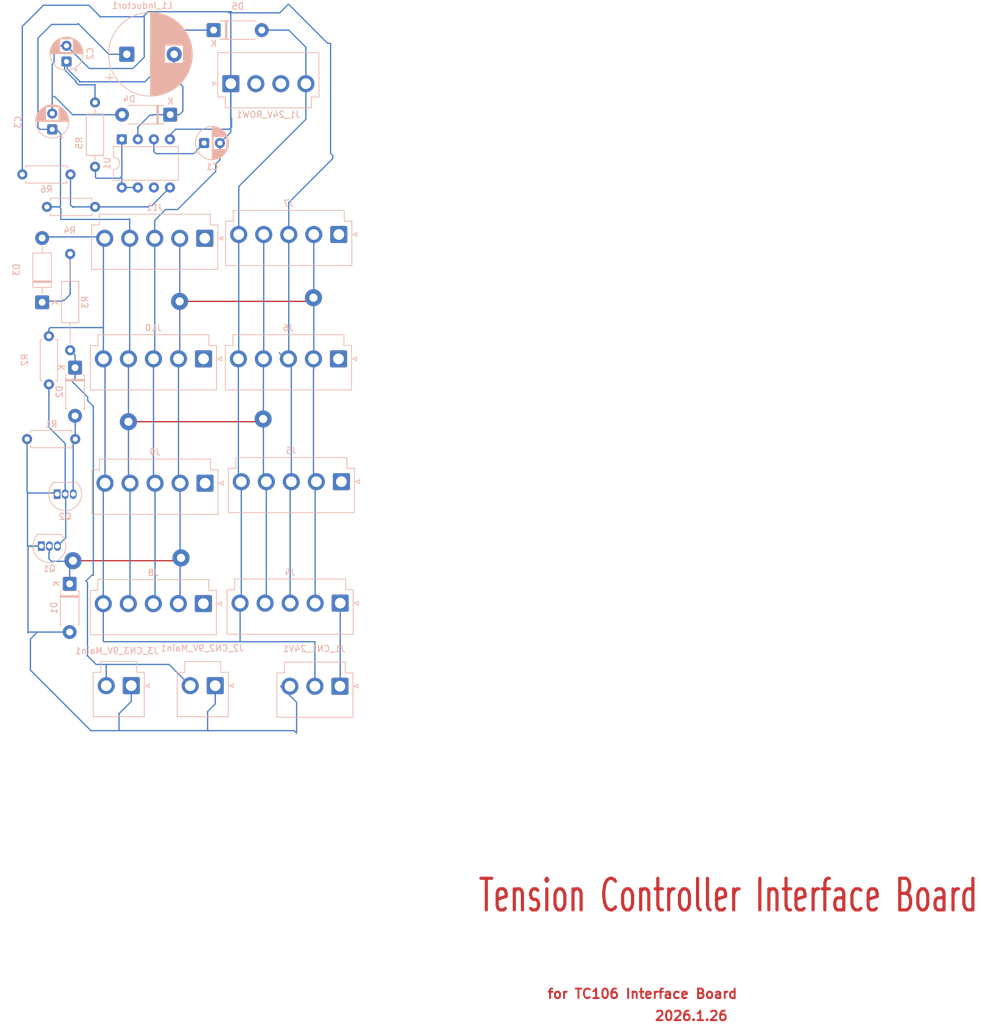
<source format=kicad_pcb>
(kicad_pcb (version 20241229) (generator "pcbnew") (generator_version "9.0")
  (layers (0 "F.Cu" signal) (2 "B.Cu" signal) (13 "F.Paste" user) (15 "B.Paste" user) (5 "F.SilkS" user "F.Silkscreen") (7 "B.SilkS" user "B.Silkscreen") (1 "F.Mask" user) (3 "B.Mask" user) (25 "Edge.Cuts" user))
  (net 0 "")
  (net 1 "Net-(D1-K)")
  (net 4 "Net-(D2-A)")
  (net 5 "Net-(U1-DC)")
  (net 6 "Net-(D2-K)")
  (net 7 "Net-(D3-K)")
  (net 8 "Net-(U1-TC)")
  (net 10 "Net-(D4-K)")
  (net 11 "Net-(D1-A)")
  (net 12 "Net-(Q1-C)")
  (net 13 "Net-(J1_CN1_24V1-Pin_1)")
  (net 14 "Net-(D5-K)")
  (net 19 "Net-(D3-A)")
  (net 20 "Net-(D4-A)")
  (net 21 "Net-(U1-Vfb)")
  (net 22 "Net-(J10-Pin_4)")
  (footprint "Capacitor_THT:CP_Radial_D5.0mm_P2.50mm" (layer "B.Cu") (at 116.776428 52.94 90)
    (property "Reference" "C3" (at 1.14 -5.43 90) (layer "B.SilkS") (effects (justify mirror)))
    (property "Value" "470uF 16V")
    (pad "1" thru_hole roundrect (at 0 0 90) (size 1.6 1.6) (drill 0.8) (layers "*.Cu" "*.Mask") (roundrect_rratio 0.15625) (net 22 "Net-(J10-Pin_4)"))
    (pad "2" thru_hole circle (at 2.5 0 90) (size 1.6 1.6) (drill 0.8) (layers "*.Cu" "*.Mask") (net 20 "Net-(D4-A)"))
  )
  (footprint "Resistor_THT:R_Axial_DIN0207_L6.3mm_D2.5mm_P7.62mm_Horizontal" (layer "B.Cu") (at 112.046428 60.07)
    (property "Reference" "R6" (at 3.81 2.37 0) (layer "B.SilkS") (effects (justify mirror)))
    (property "Value" "110Ω")
    (pad "1" thru_hole circle (at 0 0) (size 1.6 1.6) (drill 0.8) (layers "*.Cu" "*.Mask") (net 20 "Net-(D4-A)"))
    (pad "2" thru_hole circle (at 7.62 0) (size 1.6 1.6) (drill 0.8) (layers "*.Cu" "*.Mask") (net 21 "Net-(U1-Vfb)"))
  )
  (footprint "Resistor_THT:R_Axial_DIN0207_L6.3mm_D2.5mm_P7.62mm_Horizontal" (layer "B.Cu") (at 120.416428 101.92 180)
    (property "Reference" "R1" (at 3.81 2.37 0) (layer "B.SilkS") (effects (justify mirror)))
    (property "Value" "220Ω")
    (pad "1" thru_hole circle (at 0 0 180) (size 1.6 1.6) (drill 0.8) (layers "*.Cu" "*.Mask") (net 4 "Net-(D2-A)"))
    (pad "2" thru_hole circle (at 7.62 0 180) (size 1.6 1.6) (drill 0.8) (layers "*.Cu" "*.Mask") (net 11 "Net-(D1-A)"))
  )
  (footprint "Connector_JST:JST_VH_B5P-VH-B_1x05_P3.96mm_Vertical" (layer "B.Cu") (at 140.696428 127.94 180)
    (property "Reference" "J8" (at 7.92 4.9 0) (layer "B.SilkS") (effects (justify mirror)))
    (property "Value" "Conn_01x05" (hide yes))
    (pad "1" thru_hole roundrect (at 0 0 180) (size 2.7 2.7) (drill 1.7) (layers "*.Cu" "*.Mask") (roundrect_rratio 0.092593))
    (pad "2" thru_hole circle (at 3.96 0 180) (size 2.7 2.7) (drill 1.7) (layers "*.Cu" "*.Mask") (net 1 "Net-(D1-K)"))
    (pad "3" thru_hole circle (at 7.92 0 180) (size 2.7 2.7) (drill 1.7) (layers "*.Cu" "*.Mask") (net 20 "Net-(D4-A)"))
    (pad "4" thru_hole circle (at 11.88 0 180) (size 2.7 2.7) (drill 1.7) (layers "*.Cu" "*.Mask") (net 22 "Net-(J10-Pin_4)"))
    (pad "5" thru_hole circle (at 15.84 0 180) (size 2.7 2.7) (drill 1.7) (layers "*.Cu" "*.Mask") (net 19 "Net-(D3-A)"))
  )
  (footprint "Resistor_THT:R_Axial_DIN0207_L6.3mm_D2.5mm_P7.62mm_Horizontal" (layer "B.Cu") (at 116.246428 93.26 90)
    (property "Reference" "R2" (at 3.85 -3.83 90) (layer "B.SilkS") (effects (justify mirror)))
    (property "Value" "10KΩ")
    (pad "1" thru_hole circle (at 0 0 90) (size 1.6 1.6) (drill 0.8) (layers "*.Cu" "*.Mask") (net 12 "Net-(Q1-C)"))
    (pad "2" thru_hole circle (at 7.62 0 90) (size 1.6 1.6) (drill 0.8) (layers "*.Cu" "*.Mask") (net 19 "Net-(D3-A)"))
  )
  (footprint "Connector_JST:JST_VH_B5P-VH-B_1x05_P3.96mm_Vertical" (layer "B.Cu") (at 140.966428 108.89 180)
    (property "Reference" "J9" (at 7.92 4.9 0) (layer "B.SilkS") (effects (justify mirror)))
    (property "Value" "Conn_01x05" (hide yes))
    (pad "1" thru_hole roundrect (at 0 0 180) (size 2.7 2.7) (drill 1.7) (layers "*.Cu" "*.Mask") (roundrect_rratio 0.092593))
    (pad "2" thru_hole circle (at 3.96 0 180) (size 2.7 2.7) (drill 1.7) (layers "*.Cu" "*.Mask") (net 1 "Net-(D1-K)"))
    (pad "3" thru_hole circle (at 7.92 0 180) (size 2.7 2.7) (drill 1.7) (layers "*.Cu" "*.Mask") (net 20 "Net-(D4-A)"))
    (pad "4" thru_hole circle (at 11.88 0 180) (size 2.7 2.7) (drill 1.7) (layers "*.Cu" "*.Mask") (net 22 "Net-(J10-Pin_4)"))
    (pad "5" thru_hole circle (at 15.84 0 180) (size 2.7 2.7) (drill 1.7) (layers "*.Cu" "*.Mask") (net 19 "Net-(D3-A)"))
  )
  (footprint "Resistor_THT:R_Axial_DIN0207_L6.3mm_D2.5mm_P15.24mm_Horizontal" (layer "B.Cu") (at 119.616428 87.87 90)
    (property "Reference" "R3" (at 7.62 2.37 90) (layer "B.SilkS") (effects (justify mirror)))
    (property "Value" "1.2kΩ")
    (pad "1" thru_hole circle (at 0 0 90) (size 1.6 1.6) (drill 0.8) (layers "*.Cu" "*.Mask") (net 6 "Net-(D2-K)"))
    (pad "2" thru_hole circle (at 15.24 0 90) (size 1.6 1.6) (drill 0.8) (layers "*.Cu" "*.Mask") (net 7 "Net-(D3-K)"))
  )
  (footprint "Diode_THT:D_DO-41_SOD81_P7.62mm_Horizontal" (layer "B.Cu") (at 119.536428 124.81 -90)
    (property "Reference" "D1" (at 3.81 2.47 90) (layer "B.SilkS") (effects (justify mirror)))
    (property "Value" "24V?" (hide yes))
    (fp_text user "K" (at 0 2.1 90) (layer "B.SilkS") (effects (justify mirror)))
    (pad "1" thru_hole roundrect (at 0 0 270) (size 2.2 2.2) (drill 1.1) (layers "*.Cu" "*.Mask") (roundrect_rratio 0.113636) (net 1 "Net-(D1-K)"))
    (pad "2" thru_hole circle (at 7.62 0 270) (size 2.2 2.2) (drill 1.1) (layers "*.Cu" "*.Mask") (net 11 "Net-(D1-A)"))
  )
  (footprint "Diode_THT:D_DO-41_SOD81_P7.62mm_Horizontal" (layer "B.Cu") (at 120.386428 90.62 -90)
    (property "Reference" "D2" (at 3.81 2.47 90) (layer "B.SilkS") (effects (justify mirror)))
    (property "Value" "630mV")
    (fp_text user "K" (at 0 2.1 90) (layer "B.SilkS") (effects (justify mirror)))
    (pad "1" thru_hole roundrect (at 0 0 270) (size 2.2 2.2) (drill 1.1) (layers "*.Cu" "*.Mask") (roundrect_rratio 0.113636) (net 6 "Net-(D2-K)"))
    (pad "2" thru_hole circle (at 7.62 0 270) (size 2.2 2.2) (drill 1.1) (layers "*.Cu" "*.Mask") (net 4 "Net-(D2-A)"))
  )
  (footprint "Connector_JST:JST_VH_B5P-VH-B_1x05_P3.96mm_Vertical" (layer "B.Cu") (at 162.536428 108.65 180)
    (property "Reference" "J5" (at 7.92 4.9 0) (layer "B.SilkS") (effects (justify mirror)))
    (property "Value" "Conn_01x05" (hide yes))
    (pad "1" thru_hole roundrect (at 0 0 180) (size 2.7 2.7) (drill 1.7) (layers "*.Cu" "*.Mask") (roundrect_rratio 0.092593))
    (pad "2" thru_hole circle (at 3.96 0 180) (size 2.7 2.7) (drill 1.7) (layers "*.Cu" "*.Mask") (net 1 "Net-(D1-K)"))
    (pad "3" thru_hole circle (at 7.92 0 180) (size 2.7 2.7) (drill 1.7) (layers "*.Cu" "*.Mask") (net 20 "Net-(D4-A)"))
    (pad "4" thru_hole circle (at 11.88 0 180) (size 2.7 2.7) (drill 1.7) (layers "*.Cu" "*.Mask") (net 22 "Net-(J10-Pin_4)"))
    (pad "5" thru_hole circle (at 15.84 0 180) (size 2.7 2.7) (drill 1.7) (layers "*.Cu" "*.Mask") (net 19 "Net-(D3-A)"))
  )
  (footprint "Diode_THT:D_DO-41_SOD81_P7.62mm_Horizontal" (layer "B.Cu") (at 135.446428 50.62 180)
    (property "Reference" "D4" (at 6.496428 2.48 0) (layer "B.SilkS") (effects (justify mirror)))
    (property "Value" "630mV 1N5819")
    (fp_text user "K" (at 0 2.1 0) (layer "B.SilkS") (effects (justify mirror)))
    (pad "1" thru_hole roundrect (at 0 0 180) (size 2.2 2.2) (drill 1.1) (layers "*.Cu" "*.Mask") (roundrect_rratio 0.113636) (net 10 "Net-(D4-K)"))
    (pad "2" thru_hole circle (at 7.62 0 180) (size 2.2 2.2) (drill 1.1) (layers "*.Cu" "*.Mask") (net 20 "Net-(D4-A)"))
  )
  (footprint "Package_TO_SOT_THT:TO-92_Inline" (layer "B.Cu") (at 117.556428 110.62)
    (property "Reference" "Q2" (at 1.27 3.56 0) (layer "B.SilkS") (effects (justify mirror)))
    (property "Value" "DTC143E")
    (pad "1" thru_hole rect (at 0 0) (size 1.05 1.5) (drill 0.75) (layers "*.Cu" "*.Mask") (net 11 "Net-(D1-A)"))
    (pad "2" thru_hole oval (at 1.27 0) (size 1.05 1.5) (drill 0.75) (layers "*.Cu" "*.Mask") (net 12 "Net-(Q1-C)"))
    (pad "3" thru_hole oval (at 2.54 0) (size 1.05 1.5) (drill 0.75) (layers "*.Cu" "*.Mask") (net 4 "Net-(D2-A)"))
  )
  (footprint "Capacitor_THT:CP_Radial_D13.0mm_P7.50mm" (layer "B.Cu") (at 128.571212 41.07)
    (property "Reference" "L1_Inductor1" (at 2.428788 -7.7 0) (layer "B.SilkS") (effects (justify mirror)))
    (property "Value" "L_Ferrite" (hide yes))
    (pad "1" thru_hole roundrect (at 0 0) (size 2.4 2.4) (drill 1.2) (layers "*.Cu" "*.Mask") (roundrect_rratio 0.104167) (net 22 "Net-(J10-Pin_4)"))
    (pad "2" thru_hole circle (at 7.5 0) (size 2.4 2.4) (drill 1.2) (layers "*.Cu" "*.Mask") (net 10 "Net-(D4-K)"))
  )
  (footprint "Capacitor_THT:CP_Radial_D5.0mm_P2.50mm" (layer "B.Cu") (at 119.036428 42.22 90)
    (property "Reference" "C2" (at 1.25 3.75 90) (layer "B.SilkS") (effects (justify mirror)))
    (property "Value" "470pF 100V")
    (pad "1" thru_hole roundrect (at 0 0 90) (size 1.6 1.6) (drill 0.8) (layers "*.Cu" "*.Mask") (roundrect_rratio 0.15625) (net 14 "Net-(D5-K)"))
    (pad "2" thru_hole circle (at 2.5 0 90) (size 1.6 1.6) (drill 0.8) (layers "*.Cu" "*.Mask") (net 20 "Net-(D4-A)"))
  )
  (footprint "Connector_JST:JST_VH_B2P-VH-B_1x02_P3.96mm_Vertical" (layer "B.Cu") (at 129.283928 140.91 180)
    (property "Reference" "J3_CN3_9V_Main1" (at 2.31 5.51 0) (layer "B.SilkS") (effects (justify mirror)))
    (property "Value" "Conn_01x02" (hide yes))
    (pad "1" thru_hole roundrect (at 0 0 180) (size 2.7 2.7) (drill 1.7) (layers "*.Cu" "*.Mask") (roundrect_rratio 0.092593) (net 11 "Net-(D1-A)"))
    (pad "2" thru_hole circle (at 3.96 0 180) (size 2.7 2.7) (drill 1.7) (layers "*.Cu" "*.Mask") (net 6 "Net-(D2-K)"))
  )
  (footprint "Resistor_THT:R_Axial_DIN0207_L6.3mm_D2.5mm_P10.16mm_Horizontal" (layer "B.Cu") (at 123.546428 48.69 -90)
    (property "Reference" "R5" (at 6.42 2.5 90) (layer "B.SilkS") (effects (justify mirror)))
    (property "Value" "11KΩ")
    (pad "1" thru_hole circle (at 0 0 270) (size 1.6 1.6) (drill 0.8) (layers "*.Cu" "*.Mask") (net 14 "Net-(D5-K)"))
    (pad "2" thru_hole circle (at 10.16 0 270) (size 1.6 1.6) (drill 0.8) (layers "*.Cu" "*.Mask") (net 5 "Net-(U1-DC)"))
  )
  (footprint "Connector_JST:JST_VH_B2P-VH-B_1x02_P3.96mm_Vertical" (layer "B.Cu") (at 142.573928 140.91 180)
    (property "Reference" "J2_CN2_9V_Main1" (at 2.0775 5.93 0) (layer "B.SilkS") (effects (justify mirror)))
    (property "Value" "Conn_01x02" (hide yes))
    (pad "1" thru_hole roundrect (at 0 0 180) (size 2.7 2.7) (drill 1.7) (layers "*.Cu" "*.Mask") (roundrect_rratio 0.092593) (net 11 "Net-(D1-A)"))
    (pad "2" thru_hole circle (at 3.96 0 180) (size 2.7 2.7) (drill 1.7) (layers "*.Cu" "*.Mask") (net 6 "Net-(D2-K)"))
  )
  (footprint "Capacitor_THT:CP_Radial_D5.0mm_P2.50mm" (layer "B.Cu") (at 140.816428 55.11)
    (property "Reference" "C1" (at 1.25 3.75 0) (layer "B.SilkS") (effects (justify mirror)))
    (property "Value" "1000uF 35V")
    (pad "1" thru_hole roundrect (at 0 0) (size 1.6 1.6) (drill 0.8) (layers "*.Cu" "*.Mask") (roundrect_rratio 0.15625) (net 8 "Net-(U1-TC)"))
    (pad "2" thru_hole circle (at 2.5 0) (size 1.6 1.6) (drill 0.8) (layers "*.Cu" "*.Mask") (net 20 "Net-(D4-A)"))
  )
  (footprint "Package_TO_SOT_THT:TO-92_Inline" (layer "B.Cu") (at 115.056428 118.84)
    (property "Reference" "Q1" (at 1.27 3.56 0) (layer "B.SilkS") (effects (justify mirror)))
    (property "Value" "DTC143E")
    (pad "1" thru_hole rect (at 0 0) (size 1.05 1.5) (drill 0.75) (layers "*.Cu" "*.Mask") (net 11 "Net-(D1-A)"))
    (pad "2" thru_hole oval (at 1.27 0) (size 1.05 1.5) (drill 0.75) (layers "*.Cu" "*.Mask") (net 1 "Net-(D1-K)"))
    (pad "3" thru_hole oval (at 2.54 0) (size 1.05 1.5) (drill 0.75) (layers "*.Cu" "*.Mask") (net 12 "Net-(Q1-C)"))
  )
  (footprint "Diode_THT:D_DO-41_SOD81_P10.16mm_Horizontal" (layer "B.Cu") (at 115.18 80.29 90)
    (property "Reference" "D3" (at 5.17 -4.07 90) (layer "B.SilkS") (effects (justify mirror)))
    (property "Value" "850mV")
    (fp_text user "K" (at 0 2.1 90) (layer "B.SilkS") (effects (justify mirror)))
    (pad "1" thru_hole roundrect (at 0 0 90) (size 2.2 2.2) (drill 1.1) (layers "*.Cu" "*.Mask") (roundrect_rratio 0.113636) (net 7 "Net-(D3-K)"))
    (pad "2" thru_hole circle (at 10.16 0 90) (size 2.2 2.2) (drill 1.1) (layers "*.Cu" "*.Mask") (net 19 "Net-(D3-A)"))
  )
  (footprint "Connector_JST:JST_VH_B5P-VH-B_1x05_P3.96mm_Vertical" (layer "B.Cu") (at 162.076428 89.23 180)
    (property "Reference" "J6" (at 7.92 4.9 0) (layer "B.SilkS") (effects (justify mirror)))
    (property "Value" "Conn_01x05" (hide yes))
    (pad "1" thru_hole roundrect (at 0 0 180) (size 2.7 2.7) (drill 1.7) (layers "*.Cu" "*.Mask") (roundrect_rratio 0.092593))
    (pad "2" thru_hole circle (at 3.96 0 180) (size 2.7 2.7) (drill 1.7) (layers "*.Cu" "*.Mask") (net 1 "Net-(D1-K)"))
    (pad "3" thru_hole circle (at 7.92 0 180) (size 2.7 2.7) (drill 1.7) (layers "*.Cu" "*.Mask") (net 20 "Net-(D4-A)"))
    (pad "4" thru_hole circle (at 11.88 0 180) (size 2.7 2.7) (drill 1.7) (layers "*.Cu" "*.Mask") (net 22 "Net-(J10-Pin_4)"))
    (pad "5" thru_hole circle (at 15.84 0 180) (size 2.7 2.7) (drill 1.7) (layers "*.Cu" "*.Mask") (net 19 "Net-(D3-A)"))
  )
  (footprint "Package_DIP:DIP-8_W7.62mm" (layer "B.Cu") (at 127.786428 54.515 -90)
    (property "Reference" "U1" (at 3.81 2.33 90) (layer "B.SilkS") (effects (justify mirror)))
    (property "Value" "MC34063AP")
    (pad "1" thru_hole roundrect (at 0 0 270) (size 1.6 1.6) (drill 0.8) (layers "*.Cu" "*.Mask") (roundrect_rratio 0.15625) (net 5 "Net-(U1-DC)"))
    (pad "2" thru_hole circle (at 0 -2.54 270) (size 1.6 1.6) (drill 0.8) (layers "*.Cu" "*.Mask") (net 10 "Net-(D4-K)"))
    (pad "3" thru_hole circle (at 0 -5.08 270) (size 1.6 1.6) (drill 0.8) (layers "*.Cu" "*.Mask") (net 8 "Net-(U1-TC)"))
    (pad "4" thru_hole circle (at 0 -7.62 270) (size 1.6 1.6) (drill 0.8) (layers "*.Cu" "*.Mask") (net 20 "Net-(D4-A)"))
    (pad "5" thru_hole circle (at 7.62 -7.62 270) (size 1.6 1.6) (drill 0.8) (layers "*.Cu" "*.Mask") (net 21 "Net-(U1-Vfb)"))
    (pad "6" thru_hole circle (at 7.62 -5.08 270) (size 1.6 1.6) (drill 0.8) (layers "*.Cu" "*.Mask"))
    (pad "7" thru_hole circle (at 7.62 -2.54 270) (size 1.6 1.6) (drill 0.8) (layers "*.Cu" "*.Mask") (net 5 "Net-(U1-DC)"))
    (pad "8" thru_hole circle (at 7.62 0 270) (size 1.6 1.6) (drill 0.8) (layers "*.Cu" "*.Mask") (net 5 "Net-(U1-DC)"))
  )
  (footprint "Connector_JST:JST_VH_B4P-VH-B_1x04_P3.96mm_Vertical" (layer "B.Cu") (at 145.036428 45.72)
    (property "Reference" "J1_24V_ROW1" (at 5.94 4.9 0) (layer "B.SilkS") (effects (justify mirror)))
    (property "Value" "Conn_01x04" (hide yes))
    (pad "1" thru_hole roundrect (at 0 0) (size 2.7 2.7) (drill 1.7) (layers "*.Cu" "*.Mask") (roundrect_rratio 0.092593) (net 20 "Net-(D4-A)"))
    (pad "2" thru_hole circle (at 3.96 0) (size 2.7 2.7) (drill 1.7) (layers "*.Cu" "*.Mask"))
    (pad "3" thru_hole circle (at 7.92 0) (size 2.7 2.7) (drill 1.7) (layers "*.Cu" "*.Mask"))
    (pad "4" thru_hole circle (at 11.88 0) (size 2.7 2.7) (drill 1.7) (layers "*.Cu" "*.Mask") (net 19 "Net-(D3-A)"))
  )
  (footprint "Connector_JST:JST_VH_B5P-VH-B_1x05_P3.96mm_Vertical" (layer "B.Cu") (at 162.346428 127.86 180)
    (property "Reference" "J4" (at 7.92 4.9 0) (layer "B.SilkS") (effects (justify mirror)))
    (property "Value" "Conn_01x05" (hide yes))
    (pad "1" thru_hole roundrect (at 0 0 180) (size 2.7 2.7) (drill 1.7) (layers "*.Cu" "*.Mask") (roundrect_rratio 0.092593) (net 13 "Net-(J1_CN1_24V1-Pin_1)"))
    (pad "2" thru_hole circle (at 3.96 0 180) (size 2.7 2.7) (drill 1.7) (layers "*.Cu" "*.Mask") (net 1 "Net-(D1-K)"))
    (pad "3" thru_hole circle (at 7.92 0 180) (size 2.7 2.7) (drill 1.7) (layers "*.Cu" "*.Mask") (net 20 "Net-(D4-A)"))
    (pad "4" thru_hole circle (at 11.88 0 180) (size 2.7 2.7) (drill 1.7) (layers "*.Cu" "*.Mask") (net 22 "Net-(J10-Pin_4)"))
    (pad "5" thru_hole circle (at 15.84 0 180) (size 2.7 2.7) (drill 1.7) (layers "*.Cu" "*.Mask") (net 19 "Net-(D3-A)"))
  )
  (footprint "Connector_JST:JST_VH_B3P-VH-B_1x03_P3.96mm_Vertical" (layer "B.Cu") (at 162.303928 141 180)
    (property "Reference" "J1_CN1_24V1" (at 4.07 5.93 0) (layer "B.SilkS") (effects (justify mirror)))
    (property "Value" "Conn_01x03" (hide yes))
    (pad "1" thru_hole roundrect (at 0 0 180) (size 2.7 2.7) (drill 1.7) (layers "*.Cu" "*.Mask") (roundrect_rratio 0.092593) (net 13 "Net-(J1_CN1_24V1-Pin_1)"))
    (pad "2" thru_hole circle (at 3.96 0 180) (size 2.7 2.7) (drill 1.7) (layers "*.Cu" "*.Mask") (net 19 "Net-(D3-A)"))
    (pad "3" thru_hole circle (at 7.92 0 180) (size 2.7 2.7) (drill 1.7) (layers "*.Cu" "*.Mask") (net 11 "Net-(D1-A)"))
  )
  (footprint "Connector_JST:JST_VH_B5P-VH-B_1x05_P3.96mm_Vertical" (layer "B.Cu") (at 140.916428 70.17 180)
    (property "Reference" "J11" (at 7.92 4.9 0) (layer "B.SilkS") (effects (justify mirror)))
    (property "Value" "Conn_01x05" (hide yes))
    (pad "1" thru_hole roundrect (at 0 0 180) (size 2.7 2.7) (drill 1.7) (layers "*.Cu" "*.Mask") (roundrect_rratio 0.092593))
    (pad "2" thru_hole circle (at 3.96 0 180) (size 2.7 2.7) (drill 1.7) (layers "*.Cu" "*.Mask") (net 1 "Net-(D1-K)"))
    (pad "3" thru_hole circle (at 7.92 0 180) (size 2.7 2.7) (drill 1.7) (layers "*.Cu" "*.Mask") (net 20 "Net-(D4-A)"))
    (pad "4" thru_hole circle (at 11.88 0 180) (size 2.7 2.7) (drill 1.7) (layers "*.Cu" "*.Mask") (net 22 "Net-(J10-Pin_4)"))
    (pad "5" thru_hole circle (at 15.84 0 180) (size 2.7 2.7) (drill 1.7) (layers "*.Cu" "*.Mask") (net 19 "Net-(D3-A)"))
  )
  (footprint "Diode_THT:D_DO-41_SOD81_P7.62mm_Horizontal" (layer "B.Cu") (at 142.316428 37.25)
    (property "Reference" "D5" (at 3.833572 -3.75 0) (layer "B.SilkS") (effects (justify mirror)))
    (property "Value" "24V  1N4006")
    (fp_text user "K" (at 0 2.1 0) (layer "B.SilkS") (effects (justify mirror)))
    (pad "1" thru_hole roundrect (at 0 0) (size 2.2 2.2) (drill 1.1) (layers "*.Cu" "*.Mask") (roundrect_rratio 0.113636) (net 14 "Net-(D5-K)"))
    (pad "2" thru_hole circle (at 7.62 0) (size 2.2 2.2) (drill 1.1) (layers "*.Cu" "*.Mask") (net 19 "Net-(D3-A)"))
  )
  (footprint "Connector_JST:JST_VH_B5P-VH-B_1x05_P3.96mm_Vertical" (layer "B.Cu") (at 140.716428 89.23 180)
    (property "Reference" "J10" (at 7.92 4.9 0) (layer "B.SilkS") (effects (justify mirror)))
    (property "Value" "Conn_01x05" (hide yes))
    (pad "1" thru_hole roundrect (at 0 0 180) (size 2.7 2.7) (drill 1.7) (layers "*.Cu" "*.Mask") (roundrect_rratio 0.092593))
    (pad "2" thru_hole circle (at 3.96 0 180) (size 2.7 2.7) (drill 1.7) (layers "*.Cu" "*.Mask") (net 1 "Net-(D1-K)"))
    (pad "3" thru_hole circle (at 7.92 0 180) (size 2.7 2.7) (drill 1.7) (layers "*.Cu" "*.Mask") (net 20 "Net-(D4-A)"))
    (pad "4" thru_hole circle (at 11.88 0 180) (size 2.7 2.7) (drill 1.7) (layers "*.Cu" "*.Mask") (net 22 "Net-(J10-Pin_4)"))
    (pad "5" thru_hole circle (at 15.84 0 180) (size 2.7 2.7) (drill 1.7) (layers "*.Cu" "*.Mask") (net 19 "Net-(D3-A)"))
  )
  (footprint "Connector_JST:JST_VH_B5P-VH-B_1x05_P3.96mm_Vertical" (layer "B.Cu") (at 162.126428 69.57 180)
    (property "Reference" "J7" (at 7.92 4.9 0) (layer "B.SilkS") (effects (justify mirror)))
    (property "Value" "Conn_01x05" (hide yes))
    (pad "1" thru_hole roundrect (at 0 0 180) (size 2.7 2.7) (drill 1.7) (layers "*.Cu" "*.Mask") (roundrect_rratio 0.092593))
    (pad "2" thru_hole circle (at 3.96 0 180) (size 2.7 2.7) (drill 1.7) (layers "*.Cu" "*.Mask") (net 1 "Net-(D1-K)"))
    (pad "3" thru_hole circle (at 7.92 0 180) (size 2.7 2.7) (drill 1.7) (layers "*.Cu" "*.Mask") (net 20 "Net-(D4-A)"))
    (pad "4" thru_hole circle (at 11.88 0 180) (size 2.7 2.7) (drill 1.7) (layers "*.Cu" "*.Mask") (net 22 "Net-(J10-Pin_4)"))
    (pad "5" thru_hole circle (at 15.84 0 180) (size 2.7 2.7) (drill 1.7) (layers "*.Cu" "*.Mask") (net 19 "Net-(D3-A)"))
  )
  (footprint "Resistor_THT:R_Axial_DIN0207_L6.3mm_D2.5mm_P7.62mm_Horizontal" (layer "B.Cu") (at 123.556428 65.2 180)
    (property "Reference" "R4" (at 4.02 -3.72 0) (layer "B.SilkS") (effects (justify mirror)))
    (property "Value" "0.55Ω")
    (pad "1" thru_hole circle (at 0 0 180) (size 1.6 1.6) (drill 0.8) (layers "*.Cu" "*.Mask") (net 21 "Net-(U1-Vfb)"))
    (pad "2" thru_hole circle (at 7.62 0 180) (size 1.6 1.6) (drill 0.8) (layers "*.Cu" "*.Mask") (net 22 "Net-(J10-Pin_4)"))
  )
  (gr_text "Tension Controller Interface Board" (at 184 177 0) (layer "F.Cu") (effects (font (size 5 3) (thickness 0.5)) (justify left bottom)))
  (gr_text "for TC106 Interface Board" (at 195 190.5 0) (layer "F.Cu") (effects (font (size 1.5 1.5) (thickness 0.3) (bold yes)) (justify left bottom)))
  (gr_text "2026.1.26" (at 212 194 0) (layer "F.Cu") (effects (font (size 1.5 1.5) (thickness 0.3) (bold yes)) (justify left bottom)))
  (segment (start 136.706428 121.15) (end 137.156428 120.7) (width 0.2) (layer "F.Cu") (net 1))
  (segment (start 120.056428 121.15) (end 136.706428 121.15) (width 0.2) (layer "F.Cu") (net 1))
  (segment (start 136.936428 80.14) (end 157.536428 80.14) (width 0.2) (layer "F.Cu") (net 1))
  (segment (start 157.536428 80.14) (end 158.116428 79.56) (width 0.2) (layer "F.Cu") (net 1))
  (via (at 158.116428 79.56) (size 2.7) (drill 1.3) (layers "F.Cu" "B.Cu") (net 1))
  (via (at 120.056428 121.15) (size 2.7) (drill 1.3) (layers "F.Cu" "B.Cu") (net 1))
  (via (at 137.156428 120.7) (size 2.7) (drill 1.3) (layers "F.Cu" "B.Cu") (net 1))
  (via (at 136.936428 80.14) (size 2.7) (drill 1.3) (layers "F.Cu" "B.Cu") (net 1))
  (segment (start 119.536428 121.51) (end 119.266428 121.24) (width 0.2) (layer "B.Cu") (net 1))
  (segment (start 137.006428 127.67) (end 136.736428 127.94) (width 0.2) (layer "B.Cu") (net 1))
  (segment (start 136.956428 70.17) (end 136.956428 89.03) (width 0.2) (layer "B.Cu") (net 1))
  (segment (start 119.536428 124.81) (end 119.536428 121.51) (width 0.2) (layer "B.Cu") (net 1))
  (segment (start 119.536428 123.09) (end 119.536428 124.81) (width 0.2) (layer "B.Cu") (net 1))
  (segment (start 116.326428 119.85114) (end 116.326428 118.84) (width 0.2) (layer "B.Cu") (net 1))
  (segment (start 158.386428 108.84) (end 158.576428 108.65) (width 0.2) (layer "B.Cu") (net 1))
  (segment (start 137.006428 108.89) (end 137.006428 127.67) (width 0.2) (layer "B.Cu") (net 1))
  (segment (start 158.116428 89.23) (end 158.116428 90.87) (width 0.2) (layer "B.Cu") (net 1))
  (segment (start 116.256428 120.82886) (end 116.256428 119.94) (width 0.2) (layer "B.Cu") (net 1))
  (segment (start 116.646428 121.24) (end 116.236428 120.83) (width 0.2) (layer "B.Cu") (net 1))
  (segment (start 158.116428 108.19) (end 158.576428 108.65) (width 0.2) (layer "B.Cu") (net 1))
  (segment (start 116.236428 119.94114) (end 116.326428 119.85114) (width 0.2) (layer "B.Cu") (net 1))
  (segment (start 158.166428 69.57) (end 158.166428 90.82) (width 0.2) (layer "B.Cu") (net 1))
  (segment (start 119.266428 121.24) (end 116.646428 121.24) (width 0.2) (layer "B.Cu") (net 1))
  (segment (start 136.756428 89.23) (end 136.756428 108.64) (width 0.2) (layer "B.Cu") (net 1))
  (segment (start 119.346428 125.23) (end 119.356428 125.22) (width 0.2) (layer "B.Cu") (net 1))
  (segment (start 158.386428 127.86) (end 158.386428 108.84) (width 0.2) (layer "B.Cu") (net 1))
  (segment (start 158.116428 90.87) (end 158.116428 108.19) (width 0.2) (layer "B.Cu") (net 1))
  (segment (start 136.756428 108.64) (end 137.006428 108.89) (width 0.2) (layer "B.Cu") (net 1))
  (segment (start 158.166428 90.82) (end 158.116428 90.87) (width 0.2) (layer "B.Cu") (net 1))
  (segment (start 136.956428 89.03) (end 136.756428 89.23) (width 0.2) (layer "B.Cu") (net 1))
  (segment (start 120.096428 102.24) (end 120.416428 101.92) (width 0.2) (layer "B.Cu") (net 4))
  (segment (start 120.096428 110.62) (end 120.096428 102.24) (width 0.2) (layer "B.Cu") (net 4))
  (segment (start 120.416428 101.92) (end 120.416428 98.27) (width 0.2) (layer "B.Cu") (net 4))
  (segment (start 120.416428 98.27) (end 120.386428 98.24) (width 0.2) (layer "B.Cu") (net 4))
  (segment (start 127.786428 60.55) (end 127.706428 60.47) (width 0.2) (layer "B.Cu") (net 5))
  (segment (start 127.506428 60.67) (end 127.706428 60.47) (width 0.2) (layer "B.Cu") (net 5))
  (segment (start 123.746428 60.67) (end 127.506428 60.67) (width 0.2) (layer "B.Cu") (net 5))
  (segment (start 127.786428 60.3) (end 127.786428 54.515) (width 0.2) (layer "B.Cu") (net 5))
  (segment (start 123.626428 60.55) (end 123.746428 60.67) (width 0.2) (layer "B.Cu") (net 5))
  (segment (start 127.786428 62.135) (end 127.786428 60.55) (width 0.2) (layer "B.Cu") (net 5))
  (segment (start 130.326428 62.135) (end 127.786428 62.135) (width 0.2) (layer "B.Cu") (net 5))
  (segment (start 127.706428 60.47) (end 127.706428 60.38) (width 0.2) (layer "B.Cu") (net 5))
  (segment (start 123.626428 58.71) (end 123.626428 60.55) (width 0.2) (layer "B.Cu") (net 5))
  (segment (start 127.706428 60.38) (end 127.786428 60.3) (width 0.2) (layer "B.Cu") (net 5))
  (segment (start 122.356428 124.62) (end 122.106428 124.37) (width 0.2) (layer "B.Cu") (net 6))
  (segment (start 134.466428 137.55) (end 125.246428 137.55) (width 0.2) (layer "B.Cu") (net 6))
  (segment (start 122.356428 136.13) (end 122.356428 124.62) (width 0.2) (layer "B.Cu") (net 6))
  (segment (start 125.246428 137.55) (end 123.716428 137.55) (width 0.2) (layer "B.Cu") (net 6))
  (segment (start 122.386428 95.85) (end 122.386428 95.28) (width 0.2) (layer "B.Cu") (net 6))
  (segment (start 123.276428 96.74) (end 122.386428 95.85) (width 0.2) (layer "B.Cu") (net 6))
  (segment (start 123.276428 123.44) (end 123.276428 96.74) (width 0.2) (layer "B.Cu") (net 6))
  (segment (start 135.253928 137.55) (end 134.466428 137.55) (width 0.2) (layer "B.Cu") (net 6))
  (segment (start 120.386428 90.62) (end 120.386428 88.64) (width 0.2) (layer "B.Cu") (net 6))
  (segment (start 122.296428 136.19) (end 122.356428 136.13) (width 0.2) (layer "B.Cu") (net 6))
  (segment (start 123.036428 123.44) (end 123.276428 123.44) (width 0.2) (layer "B.Cu") (net 6))
  (segment (start 138.613928 140.91) (end 135.253928 137.55) (width 0.2) (layer "B.Cu") (net 6))
  (segment (start 120.386428 92.4) (end 120.386428 90.62) (width 0.2) (layer "B.Cu") (net 6))
  (segment (start 119.946428 92.84) (end 120.386428 92.4) (width 0.2) (layer "B.Cu") (net 6))
  (segment (start 122.106428 124.37) (end 123.036428 123.44) (width 0.2) (layer "B.Cu") (net 6))
  (segment (start 125.323928 137.7125) (end 125.366428 137.67) (width 0.2) (layer "B.Cu") (net 6))
  (segment (start 122.386428 95.28) (end 119.946428 92.84) (width 0.2) (layer "B.Cu") (net 6))
  (segment (start 122.356428 136.19) (end 122.296428 136.19) (width 0.2) (layer "B.Cu") (net 6))
  (segment (start 120.386428 88.64) (end 119.616428 87.87) (width 0.2) (layer "B.Cu") (net 6))
  (segment (start 125.323928 140.91) (end 125.323928 137.7125) (width 0.2) (layer "B.Cu") (net 6))
  (segment (start 123.716428 137.55) (end 122.356428 136.19) (width 0.2) (layer "B.Cu") (net 6))
  (segment (start 125.366428 137.67) (end 125.246428 137.55) (width 0.2) (layer "B.Cu") (net 6))
  (segment (start 118.696428 79.96) (end 118.486428 79.96) (width 0.2) (layer "B.Cu") (net 7))
  (segment (start 119.616428 79.04) (end 118.696428 79.96) (width 0.2) (layer "B.Cu") (net 7))
  (segment (start 118.486428 79.96) (end 118.336428 80.11) (width 0.2) (layer "B.Cu") (net 7))
  (segment (start 119.616428 72.63) (end 119.616428 79.04) (width 0.2) (layer "B.Cu") (net 7))
  (segment (start 118.336428 80.11) (end 115.196428 80.11) (width 0.2) (layer "B.Cu") (net 7))
  (segment (start 132.316428 55.065) (end 132.866428 54.515) (width 0.2) (layer "B.Cu") (net 8))
  (segment (start 140.816428 55.11) (end 139.136428 56.79) (width 0.2) (layer "B.Cu") (net 8))
  (segment (start 139.136428 56.79) (end 133.196428 56.79) (width 0.2) (layer "B.Cu") (net 8))
  (segment (start 132.866428 56.46) (end 132.866428 54.515) (width 0.2) (layer "B.Cu") (net 8))
  (segment (start 133.196428 56.79) (end 132.866428 56.46) (width 0.2) (layer "B.Cu") (net 8))
  (segment (start 135.446428 50.62) (end 136.906428 50.62) (width 0.2) (layer "B.Cu") (net 10))
  (segment (start 130.326428 54.515) (end 130.326428 52.68) (width 0.2) (layer "B.Cu") (net 10))
  (segment (start 132.236428 50.69) (end 132.666428 50.69) (width 0.2) (layer "B.Cu") (net 10))
  (segment (start 132.736428 50.62) (end 135.446428 50.62) (width 0.2) (layer "B.Cu") (net 10))
  (segment (start 136.906428 50.62) (end 137.446428 50.08) (width 0.2) (layer "B.Cu") (net 10))
  (segment (start 137.446428 46.17) (end 136.071212 44.794784) (width 0.2) (layer "B.Cu") (net 10))
  (segment (start 132.666428 50.69) (end 132.736428 50.62) (width 0.2) (layer "B.Cu") (net 10))
  (segment (start 137.446428 50.08) (end 137.446428 46.17) (width 0.2) (layer "B.Cu") (net 10))
  (segment (start 130.326428 52.68) (end 130.286428 52.64) (width 0.2) (layer "B.Cu") (net 10))
  (segment (start 136.071212 44.794784) (end 136.071212 41.07) (width 0.2) (layer "B.Cu") (net 10))
  (segment (start 130.286428 52.64) (end 132.236428 50.69) (width 0.2) (layer "B.Cu") (net 10))
  (segment (start 152.906428 141) (end 155.446428 143.54) (width 0.2) (layer "B.Cu") (net 11))
  (segment (start 117.376428 110.44) (end 117.556428 110.62) (width 0.2) (layer "B.Cu") (net 11))
  (segment (start 112.946428 110.44) (end 112.796428 110.29) (width 0.2) (layer "B.Cu") (net 11))
  (segment (start 142.573928 140.91) (end 142.573928 143.7925) (width 0.2) (layer "B.Cu") (net 11))
  (segment (start 141.366428 147.91) (end 141.476428 148.02) (width 0.2) (layer "B.Cu") (net 11))
  (segment (start 113.326428 138.45) (end 113.326428 133.52) (width 0.2) (layer "B.Cu") (net 11))
  (segment (start 155.066428 148.02) (end 141.476428 148.02) (width 0.2) (layer "B.Cu") (net 11))
  (segment (start 112.896428 118.84) (end 112.866428 118.81) (width 0.2) (layer "B.Cu") (net 11))
  (segment (start 127.346428 145.33) (end 127.346428 147.91) (width 0.2) (layer "B.Cu") (net 11))
  (segment (start 115.056428 118.84) (end 112.896428 118.84) (width 0.2) (layer "B.Cu") (net 11))
  (segment (start 113.066428 118.84) (end 115.056428 118.84) (width 0.2) (layer "B.Cu") (net 11))
  (segment (start 141.476428 148.02) (end 127.456428 148.02) (width 0.2) (layer "B.Cu") (net 11))
  (segment (start 141.366428 145) (end 141.366428 147.91) (width 0.2) (layer "B.Cu") (net 11))
  (segment (start 113.076428 132.43) (end 112.946428 132.56) (width 0.2) (layer "B.Cu") (net 11))
  (segment (start 112.946428 132.56) (end 112.946428 118.96) (width 0.2) (layer "B.Cu") (net 11))
  (segment (start 129.283928 143.3925) (end 127.346428 145.33) (width 0.2) (layer "B.Cu") (net 11))
  (segment (start 127.456428 148.02) (end 122.896428 148.02) (width 0.2) (layer "B.Cu") (net 11))
  (segment (start 114.416428 132.43) (end 119.536428 132.43) (width 0.2) (layer "B.Cu") (net 11))
  (segment (start 112.946428 118.96) (end 113.066428 118.84) (width 0.2) (layer "B.Cu") (net 11))
  (segment (start 112.796428 110.29) (end 112.796428 101.92) (width 0.2) (layer "B.Cu") (net 11))
  (segment (start 112.866428 118.81) (end 112.866428 110.52) (width 0.2) (layer "B.Cu") (net 11))
  (segment (start 112.866428 110.52) (end 112.946428 110.44) (width 0.2) (layer "B.Cu") (net 11))
  (segment (start 114.416428 132.43) (end 113.076428 132.43) (width 0.2) (layer "B.Cu") (net 11))
  (segment (start 142.573928 143.7925) (end 141.366428 145) (width 0.2) (layer "B.Cu") (net 11))
  (segment (start 113.326428 133.52) (end 114.416428 132.43) (width 0.2) (layer "B.Cu") (net 11))
  (segment (start 127.346428 147.91) (end 127.456428 148.02) (width 0.2) (layer "B.Cu") (net 11))
  (segment (start 155.446428 148.4) (end 155.066428 148.02) (width 0.2) (layer "B.Cu") (net 11))
  (segment (start 129.283928 140.91) (end 129.283928 143.3925) (width 0.2) (layer "B.Cu") (net 11))
  (segment (start 112.946428 110.44) (end 117.376428 110.44) (width 0.2) (layer "B.Cu") (net 11))
  (segment (start 155.446428 143.54) (end 155.446428 148.4) (width 0.2) (layer "B.Cu") (net 11))
  (segment (start 122.896428 148.02) (end 113.326428 138.45) (width 0.2) (layer "B.Cu") (net 11))
  (segment (start 118.906428 117.53) (end 118.906428 110.62) (width 0.2) (layer "B.Cu") (net 12))
  (segment (start 118.826428 102.62) (end 116.246428 100.04) (width 0.2) (layer "B.Cu") (net 12))
  (segment (start 117.596428 118.84) (end 118.906428 117.53) (width 0.2) (layer "B.Cu") (net 12))
  (segment (start 116.246428 100.04) (end 116.246428 93.26) (width 0.2) (layer "B.Cu") (net 12))
  (segment (start 118.826428 110.62) (end 118.826428 102.62) (width 0.2) (layer "B.Cu") (net 12))
  (segment (start 162.346428 127.86) (end 162.346428 140.9575) (width 0.2) (layer "B.Cu") (net 13))
  (segment (start 162.346428 140.9575) (end 162.303928 141) (width 0.2) (layer "B.Cu") (net 13))
  (segment (start 118.735428 42.4039) (end 118.970328 42.169) (width 0.2) (layer "B.Cu") (net 14))
  (segment (start 131.456428 45.42) (end 121.196428 45.42) (width 0.2) (layer "B.Cu") (net 14))
  (segment (start 133.516428 39.67) (end 133.516428 43.12) (width 0.2) (layer "B.Cu") (net 14))
  (segment (start 119.136428 42.57) (end 119.136428 43.36) (width 0.2) (layer "B.Cu") (net 14))
  (segment (start 120.940328 45.911) (end 120.507878 45.47855) (width 0.2) (layer "B.Cu") (net 14))
  (segment (start 118.735428 43.5261) (end 118.735428 42.4039) (width 0.2) (layer "B.Cu") (net 14))
  (segment (start 120.507878 45.47855) (end 120.507878 45.29855) (width 0.2) (layer "B.Cu") (net 14))
  (segment (start 142.316428 37.25) (end 135.936428 37.25) (width 0.2) (layer "B.Cu") (net 14))
  (segment (start 123.546428 45.881) (end 123.486428 45.821) (width 0.2) (layer "B.Cu") (net 14))
  (segment (start 123.486428 45.821) (end 123.396428 45.911) (width 0.2) (layer "B.Cu") (net 14))
  (segment (start 119.136428 43.36) (end 121.196428 45.42) (width 0.2) (layer "B.Cu") (net 14))
  (segment (start 123.396428 45.911) (end 120.940328 45.911) (width 0.2) (layer "B.Cu") (net 14))
  (segment (start 120.507878 45.29855) (end 118.735428 43.5261) (width 0.2) (layer "B.Cu") (net 14))
  (segment (start 133.266428 43.61) (end 131.456428 45.42) (width 0.2) (layer "B.Cu") (net 14))
  (segment (start 121.196428 45.42) (end 121.106428 45.51) (width 0.2) (layer "B.Cu") (net 14))
  (segment (start 133.266428 43.37) (end 133.266428 43.61) (width 0.2) (layer "B.Cu") (net 14))
  (segment (start 135.936428 37.25) (end 133.516428 39.67) (width 0.2) (layer "B.Cu") (net 14))
  (segment (start 123.546428 48.69) (end 123.546428 45.881) (width 0.2) (layer "B.Cu") (net 14))
  (segment (start 133.516428 43.12) (end 133.266428 43.37) (width 0.2) (layer "B.Cu") (net 14))
  (segment (start 146.236428 89.23) (end 146.236428 108.19) (width 0.2) (layer "B.Cu") (net 19))
  (segment (start 124.876428 84.38) (end 124.876428 70.37) (width 0.2) (layer "B.Cu") (net 19))
  (segment (start 146.286428 69.57) (end 146.286428 89.18) (width 0.2) (layer "B.Cu") (net 19))
  (segment (start 116.246428 85.64) (end 116.246428 84.51) (width 0.2) (layer "B.Cu") (net 19))
  (segment (start 124.786428 84.29) (end 124.876428 84.38) (width 0.2) (layer "B.Cu") (net 19))
  (segment (start 115.196428 69.95) (end 124.856428 69.95) (width 0.2) (layer "B.Cu") (net 19))
  (segment (start 158.343928 133.96) (end 146.506428 133.96) (width 0.2) (layer "B.Cu") (net 19))
  (segment (start 146.696428 127.67) (end 146.506428 127.86) (width 0.2) (layer "B.Cu") (net 19))
  (segment (start 124.856428 109.16) (end 125.126428 108.89) (width 0.2) (layer "B.Cu") (net 19))
  (segment (start 156.916428 45.72) (end 156.916428 39.97) (width 0.2) (layer "B.Cu") (net 19))
  (segment (start 124.856428 69.95) (end 125.076428 70.17) (width 0.2) (layer "B.Cu") (net 19))
  (segment (start 146.696428 108.65) (end 146.696428 127.67) (width 0.2) (layer "B.Cu") (net 19))
  (segment (start 154.196428 37.25) (end 149.936428 37.25) (width 0.2) (layer "B.Cu") (net 19))
  (segment (start 116.246428 84.51) (end 116.466428 84.29) (width 0.2) (layer "B.Cu") (net 19))
  (segment (start 124.856428 133.856428) (end 124.856428 127.94) (width 0.2) (layer "B.Cu") (net 19))
  (segment (start 146.236428 108.19) (end 146.696428 108.65) (width 0.2) (layer "B.Cu") (net 19))
  (segment (start 146.286428 62.54) (end 146.306428 62.52) (width 0.2) (layer "B.Cu") (net 19))
  (segment (start 116.466428 84.29) (end 124.786428 84.29) (width 0.2) (layer "B.Cu") (net 19))
  (segment (start 124.856428 127.94) (end 124.856428 109.16) (width 0.2) (layer "B.Cu") (net 19))
  (segment (start 156.916428 51.33) (end 156.916428 45.72) (width 0.2) (layer "B.Cu") (net 19))
  (segment (start 156.926428 51.34) (end 156.916428 51.33) (width 0.2) (layer "B.Cu") (net 19))
  (segment (start 125.126428 108.89) (end 125.126428 89.48) (width 0.2) (layer "B.Cu") (net 19))
  (segment (start 146.306428 61.96) (end 156.926428 51.34) (width 0.2) (layer "B.Cu") (net 19))
  (segment (start 158.343928 141) (end 158.343928 133.96) (width 0.2) (layer "B.Cu") (net 19))
  (segment (start 146.506428 127.86) (end 146.506428 133.96) (width 0.2) (layer "B.Cu") (net 19))
  (segment (start 146.506428 133.96) (end 124.96 133.96) (width 0.2) (layer "B.Cu") (net 19))
  (segment (start 124.876428 89.23) (end 124.876428 84.38) (width 0.2) (layer "B.Cu") (net 19))
  (segment (start 156.916428 39.97) (end 154.196428 37.25) (width 0.2) (layer "B.Cu") (net 19))
  (segment (start 124.96 133.96) (end 124.856428 133.856428) (width 0.2) (layer "B.Cu") (net 19))
  (segment (start 124.876428 70.37) (end 125.076428 70.17) (width 0.2) (layer "B.Cu") (net 19))
  (segment (start 146.286428 89.18) (end 146.236428 89.23) (width 0.2) (layer "B.Cu") (net 19))
  (segment (start 146.286428 69.57) (end 146.286428 62.54) (width 0.2) (layer "B.Cu") (net 19))
  (segment (start 146.306428 62.52) (end 146.306428 61.96) (width 0.2) (layer "B.Cu") (net 19))
  (segment (start 125.126428 89.48) (end 124.876428 89.23) (width 0.2) (layer "B.Cu") (net 19))
  (segment (start 154.616428 108.65) (end 154.616428 90.2) (width 0.2) (layer "B.Cu") (net 20))
  (segment (start 115.376428 33.32) (end 122.576428 33.32) (width 0.2) (layer "B.Cu") (net 20))
  (segment (start 154.206428 69.57) (end 154.206428 64.53) (width 0.2) (layer "B.Cu") (net 20))
  (segment (start 129.546428 43.32) (end 122.636428 43.32) (width 0.2) (layer "B.Cu") (net 20))
  (segment (start 154.206428 64.53) (end 161.166428 57.57) (width 0.2) (layer "B.Cu") (net 20))
  (segment (start 145.036428 45.72) (end 145.036428 34.43) (width 0.2) (layer "B.Cu") (net 20))
  (segment (start 131.336428 35.14) (end 131.336428 41.53) (width 0.2) (layer "B.Cu") (net 20))
  (segment (start 133.046428 127.67) (end 132.776428 127.94) (width 0.2) (layer "B.Cu") (net 20))
  (segment (start 145.166428 52.56) (end 145.166428 51.2) (width 0.2) (layer "B.Cu") (net 20))
  (segment (start 132.996428 67.34) (end 134.716428 65.62) (width 0.2) (layer "B.Cu") (net 20))
  (segment (start 112.046428 60.07) (end 112.046428 36.65) (width 0.2) (layer "B.Cu") (net 20))
  (segment (start 116.776428 50.44) (end 116.776428 42.62) (width 0.2) (layer "B.Cu") (net 20))
  (segment (start 154.616428 108.83) (end 154.426428 109.02) (width 0.2) (layer "B.Cu") (net 20))
  (segment (start 132.996428 89.03) (end 132.796428 89.23) (width 0.2) (layer "B.Cu") (net 20))
  (segment (start 117.176428 39.72) (end 119.036428 39.72) (width 0.2) (layer "B.Cu") (net 20))
  (segment (start 131.236428 35.04) (end 131.336428 35.14) (width 0.2) (layer "B.Cu") (net 20))
  (segment (start 136.311428 52.92) (end 144.806428 52.92) (width 0.2) (layer "B.Cu") (net 20))
  (segment (start 154.426428 109.02) (end 154.426428 127.86) (width 0.2) (layer "B.Cu") (net 20))
  (segment (start 161.166428 57.57) (end 161.166428 57.06) (width 0.2) (layer "B.Cu") (net 20))
  (segment (start 133.046428 108.89) (end 133.046428 127.67) (width 0.2) (layer "B.Cu") (net 20))
  (segment (start 122.576428 33.32) (end 124.276428 35.02) (width 0.2) (layer "B.Cu") (net 20))
  (segment (start 160.826428 56.72) (end 160.826428 39.35) (width 0.2) (layer "B.Cu") (net 20))
  (segment (start 154.616428 108.65) (end 154.616428 108.83) (width 0.2) (layer "B.Cu") (net 20))
  (segment (start 116.776428 42.62) (end 117.066428 42.33) (width 0.2) (layer "B.Cu") (net 20))
  (segment (start 145.036428 34.43) (end 145.126428 34.34) (width 0.2) (layer "B.Cu") (net 20))
  (segment (start 154.616428 90.2) (end 152.696428 88.28) (width 0.2) (layer "B.Cu") (net 20))
  (segment (start 145.126428 34.34) (end 144.836428 34.34) (width 0.2) (layer "B.Cu") (net 20))
  (segment (start 132.996428 70.17) (end 132.996428 67.34) (width 0.2) (layer "B.Cu") (net 20))
  (segment (start 136.616428 65.62) (end 142.646428 59.59) (width 0.2) (layer "B.Cu") (net 20))
  (segment (start 117.066428 42.33) (end 117.066428 39.83) (width 0.2) (layer "B.Cu") (net 20))
  (segment (start 131.936428 34.34) (end 131.236428 35.04) (width 0.2) (layer "B.Cu") (net 20))
  (segment (start 143.316428 57.75) (end 143.316428 55.11) (width 0.2) (layer "B.Cu") (net 20))
  (segment (start 124.276428 35.02) (end 124.276428 35.14) (width 0.2) (layer "B.Cu") (net 20))
  (segment (start 145.036428 51.07) (end 145.036428 45.72) (width 0.2) (layer "B.Cu") (net 20))
  (segment (start 112.046428 36.65) (end 115.376428 33.32) (width 0.2) (layer "B.Cu") (net 20))
  (segment (start 117.126428 47.74) (end 120.006428 50.62) (width 0.2) (layer "B.Cu") (net 20))
  (segment (start 160.366428 39.35) (end 154.156428 33.14) (width 0.2) (layer "B.Cu") (net 20))
  (segment (start 142.646428 58.42) (end 143.316428 57.75) (width 0.2) (layer "B.Cu") (net 20))
  (segment (start 120.006428 50.62) (end 127.826428 50.62) (width 0.2) (layer "B.Cu") (net 20))
  (segment (start 154.206428 89.18) (end 154.156428 89.23) (width 0.2) (layer "B.Cu") (net 20))
  (segment (start 145.166428 51.2) (end 145.036428 51.07) (width 0.2) (layer "B.Cu") (net 20))
  (segment (start 144.836428 34.34) (end 131.936428 34.34) (width 0.2) (layer "B.Cu") (net 20))
  (segment (start 154.206428 69.57) (end 154.206428 89.18) (width 0.2) (layer "B.Cu") (net 20))
  (segment (start 161.166428 57.06) (end 160.826428 56.72) (width 0.2) (layer "B.Cu") (net 20))
  (segment (start 132.996428 70.17) (end 132.996428 89.03) (width 0.2) (layer "B.Cu") (net 20))
  (segment (start 145.036428 53.39) (end 143.316428 55.11) (width 0.2) (layer "B.Cu") (net 20))
  (segment (start 142.646428 59.59) (end 142.646428 58.42) (width 0.2) (layer "B.Cu") (net 20))
  (segment (start 145.036428 45.72) (end 145.036428 53.39) (width 0.2) (layer "B.Cu") (net 20))
  (segment (start 134.716428 65.62) (end 136.616428 65.62) (width 0.2) (layer "B.Cu") (net 20))
  (segment (start 154.156428 33.14) (end 152.776428 34.52) (width 0.2) (layer "B.Cu") (net 20))
  (segment (start 124.276428 35.14) (end 131.336428 35.14) (width 0.2) (layer "B.Cu") (net 20))
  (segment (start 132.796428 89.23) (end 132.796428 108.64) (width 0.2) (layer "B.Cu") (net 20))
  (segment (start 160.826428 39.35) (end 160.366428 39.35) (width 0.2) (layer "B.Cu") (net 20))
  (segment (start 152.776428 34.52) (end 144.726428 34.52) (width 0.2) (layer "B.Cu") (net 20))
  (segment (start 122.636428 43.32) (end 119.036428 39.72) (width 0.2) (layer "B.Cu") (net 20))
  (segment (start 116.926428 47.74) (end 117.126428 47.74) (width 0.2) (layer "B.Cu") (net 20))
  (segment (start 132.796428 108.64) (end 133.046428 108.89) (width 0.2) (layer "B.Cu") (net 20))
  (segment (start 144.726428 34.52) (end 144.726428 34.45) (width 0.2) (layer "B.Cu") (net 20))
  (segment (start 134.856428 54.375) (end 136.311428 52.92) (width 0.2) (layer "B.Cu") (net 20))
  (segment (start 144.726428 34.45) (end 144.836428 34.34) (width 0.2) (layer "B.Cu") (net 20))
  (segment (start 131.336428 41.53) (end 129.546428 43.32) (width 0.2) (layer "B.Cu") (net 20))
  (segment (start 117.066428 39.83) (end 117.176428 39.72) (width 0.2) (layer "B.Cu") (net 20))
  (segment (start 144.806428 52.92) (end 145.166428 52.56) (width 0.2) (layer "B.Cu") (net 20))
  (segment (start 135.406428 62.135) (end 132.531428 65.01) (width 0.2) (layer "B.Cu") (net 21))
  (segment (start 119.666428 64.9) (end 119.666428 60.07) (width 0.2) (layer "B.Cu") (net 21))
  (segment (start 120.056428 65.29) (end 119.666428 64.9) (width 0.2) (layer "B.Cu") (net 21))
  (segment (start 131.966428 65.2) (end 123.556428 65.2) (width 0.2) (layer "B.Cu") (net 21))
  (segment (start 120.146428 65.2) (end 120.056428 65.29) (width 0.2) (layer "B.Cu") (net 21))
  (segment (start 132.531428 65.01) (end 132.156428 65.01) (width 0.2) (layer "B.Cu") (net 21))
  (segment (start 123.556428 65.2) (end 120.146428 65.2) (width 0.2) (layer "B.Cu") (net 21))
  (segment (start 132.156428 65.01) (end 131.966428 65.2) (width 0.2) (layer "B.Cu") (net 21))
  (segment (start 128.836428 99.17) (end 149.726428 99.17) (width 0.2) (layer "F.Cu") (net 22))
  (segment (start 149.726428 99.17) (end 150.156428 98.74) (width 0.2) (layer "F.Cu") (net 22))
  (via (at 150.156428 98.74) (size 2.7) (drill 1.3) (layers "F.Cu" "B.Cu") (net 22))
  (via (at 128.836428 99.17) (size 2.7) (drill 1.3) (layers "F.Cu" "B.Cu") (net 22))
  (segment (start 150.246428 89.18) (end 150.196428 89.23) (width 0.2) (layer "B.Cu") (net 22))
  (segment (start 128.571212 41.07) (end 125.736428 41.07) (width 0.2) (layer "B.Cu") (net 22))
  (segment (start 129.036428 70.17) (end 129.036428 89.03) (width 0.2) (layer "B.Cu") (net 22))
  (segment (start 116.686428 36.35) (end 114.516428 38.52) (width 0.2) (layer "B.Cu") (net 22))
  (segment (start 150.246428 69.57) (end 150.246428 89.18) (width 0.2) (layer "B.Cu") (net 22))
  (segment (start 120.876428 36.21) (end 120.736428 36.35) (width 0.2) (layer "B.Cu") (net 22))
  (segment (start 118.136428 65.46) (end 117.876428 65.2) (width 0.2) (layer "B.Cu") (net 22))
  (segment (start 115.936428 65.2) (end 117.936428 65.2) (width 0.2) (layer "B.Cu") (net 22))
  (segment (start 128.916428 67.19) (end 118.136428 67.19) (width 0.2) (layer "B.Cu") (net 22))
  (segment (start 117.876428 65.2) (end 115.936428 65.2) (width 0.2) (layer "B.Cu") (net 22))
  (segment (start 118.136428 67.19) (end 118.136428 65.46) (width 0.2) (layer "B.Cu") (net 22))
  (segment (start 118.076428 53.56) (end 117.456428 52.94) (width 0.2) (layer "B.Cu") (net 22))
  (segment (start 150.196428 89.23) (end 150.196428 108.19) (width 0.2) (layer "B.Cu") (net 22))
  (segment (start 129.036428 67.07) (end 128.916428 67.19) (width 0.2) (layer "B.Cu") (net 22))
  (segment (start 114.896428 52.94) (end 116.776428 52.94) (width 0.2) (layer "B.Cu") (net 22))
  (segment (start 118.076428 65.06) (end 118.076428 53.56) (width 0.2) (layer "B.Cu") (net 22))
  (segment (start 128.836428 89.23) (end 128.836428 99.11) (width 0.2) (layer "B.Cu") (net 22))
  (segment (start 129.036428 89.03) (end 128.836428 89.23) (width 0.2) (layer "B.Cu") (net 22))
  (segment (start 114.516428 38.52) (end 114.516428 52.62) (width 0.2) (layer "B.Cu") (net 22))
  (segment (start 129.036428 70.17) (end 129.036428 67.07) (width 0.2) (layer "B.Cu") (net 22))
  (segment (start 117.936428 65.2) (end 118.076428 65.06) (width 0.2) (layer "B.Cu") (net 22))
  (segment (start 129.086428 108.89) (end 129.086428 127.67) (width 0.2) (layer "B.Cu") (net 22))
  (segment (start 129.086428 127.67) (end 128.816428 127.94) (width 0.2) (layer "B.Cu") (net 22))
  (segment (start 128.836428 99.17) (end 128.836428 108.64) (width 0.2) (layer "B.Cu") (net 22))
  (segment (start 114.866428 52.97) (end 114.896428 52.94) (width 0.2) (layer "B.Cu") (net 22))
  (segment (start 117.456428 52.94) (end 116.776428 52.94) (width 0.2) (layer "B.Cu") (net 22))
  (segment (start 150.196428 108.19) (end 150.656428 108.65) (width 0.2) (layer "B.Cu") (net 22))
  (segment (start 120.736428 36.35) (end 116.686428 36.35) (width 0.2) (layer "B.Cu") (net 22))
  (segment (start 150.656428 108.65) (end 150.656428 127.67) (width 0.2) (layer "B.Cu") (net 22))
  (segment (start 114.516428 52.62) (end 114.866428 52.97) (width 0.2) (layer "B.Cu") (net 22))
  (segment (start 150.656428 127.67) (end 150.466428 127.86) (width 0.2) (layer "B.Cu") (net 22))
  (segment (start 128.836428 108.64) (end 129.086428 108.89) (width 0.2) (layer "B.Cu") (net 22))
  (segment (start 125.736428 41.07) (end 120.876428 36.21) (width 0.2) (layer "B.Cu") (net 22))
)
</source>
